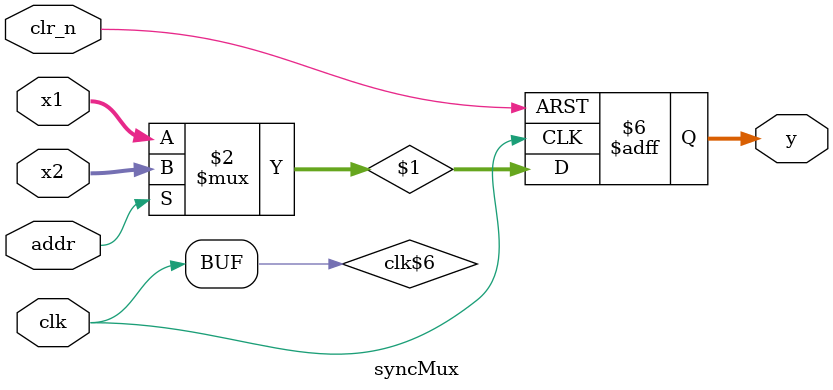
<source format=sv>
(* top =  1  *)
(* generator = "Amaranth" *)
module syncMux(x2, addr, clk, clr_n, y, x1);
  wire [15:0] \$1 ;
  input addr;
  wire addr;
  input clk;
  wire clk;
  wire \clk$6 ;
  input clr_n;
  wire clr_n;
  wire rst;
  input [15:0] x1;
  wire [15:0] x1;
  input [15:0] x2;
  wire [15:0] x2;
  output [15:0] y;
  reg [15:0] y = 16'h0000;
  assign rst = ~ clr_n;
  assign \$1  = addr ? x2 : x1;
  always @(posedge clk, negedge clr_n)
    if (!clr_n) y <= 16'h0000;
    else y <= \$1 ;
  assign \clk$6  = clk;
endmodule

</source>
